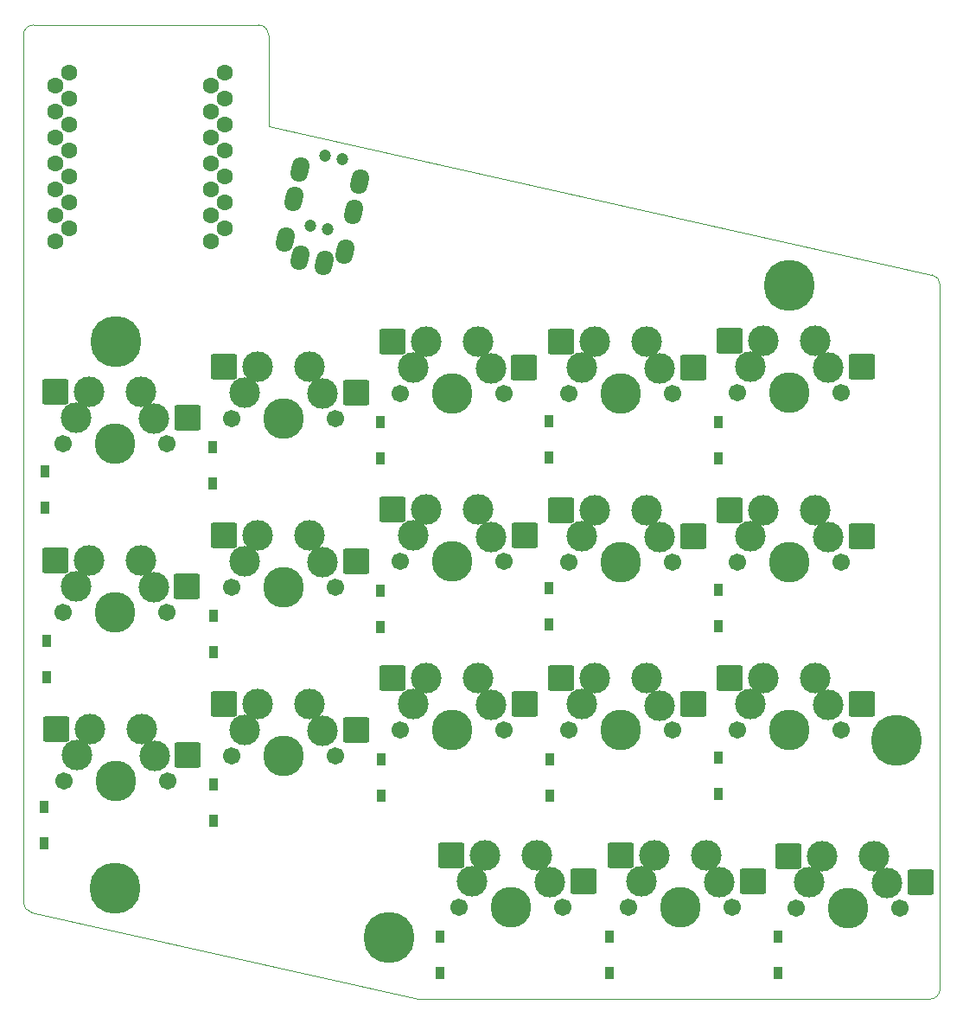
<source format=gts>
%TF.GenerationSoftware,KiCad,Pcbnew,(6.0.6)*%
%TF.CreationDate,2022-11-27T23:56:06+09:00*%
%TF.ProjectId,split-mini,73706c69-742d-46d6-996e-692e6b696361,rev?*%
%TF.SameCoordinates,Original*%
%TF.FileFunction,Soldermask,Top*%
%TF.FilePolarity,Negative*%
%FSLAX46Y46*%
G04 Gerber Fmt 4.6, Leading zero omitted, Abs format (unit mm)*
G04 Created by KiCad (PCBNEW (6.0.6)) date 2022-11-27 23:56:06*
%MOMM*%
%LPD*%
G01*
G04 APERTURE LIST*
G04 Aperture macros list*
%AMRoundRect*
0 Rectangle with rounded corners*
0 $1 Rounding radius*
0 $2 $3 $4 $5 $6 $7 $8 $9 X,Y pos of 4 corners*
0 Add a 4 corners polygon primitive as box body*
4,1,4,$2,$3,$4,$5,$6,$7,$8,$9,$2,$3,0*
0 Add four circle primitives for the rounded corners*
1,1,$1+$1,$2,$3*
1,1,$1+$1,$4,$5*
1,1,$1+$1,$6,$7*
1,1,$1+$1,$8,$9*
0 Add four rect primitives between the rounded corners*
20,1,$1+$1,$2,$3,$4,$5,0*
20,1,$1+$1,$4,$5,$6,$7,0*
20,1,$1+$1,$6,$7,$8,$9,0*
20,1,$1+$1,$8,$9,$2,$3,0*%
%AMHorizOval*
0 Thick line with rounded ends*
0 $1 width*
0 $2 $3 position (X,Y) of the first rounded end (center of the circle)*
0 $4 $5 position (X,Y) of the second rounded end (center of the circle)*
0 Add line between two ends*
20,1,$1,$2,$3,$4,$5,0*
0 Add two circle primitives to create the rounded ends*
1,1,$1,$2,$3*
1,1,$1,$4,$5*%
G04 Aperture macros list end*
%TA.AperFunction,Profile*%
%ADD10C,0.100000*%
%TD*%
%ADD11R,0.950000X1.300000*%
%ADD12C,1.701800*%
%ADD13C,3.987800*%
%ADD14C,3.000000*%
%ADD15RoundRect,0.200000X-1.075000X-1.050000X1.075000X-1.050000X1.075000X1.050000X-1.075000X1.050000X0*%
%ADD16C,5.000000*%
%ADD17C,1.200000*%
%ADD18HorizOval,1.700000X-0.083165X-0.391259X0.083165X0.391259X0*%
%ADD19C,1.600000*%
G04 APERTURE END LIST*
D10*
X113700000Y-47980000D02*
X48706692Y-33440758D01*
X114481692Y-117888869D02*
X114481692Y-48955880D01*
X25706692Y-23513892D02*
G75*
G03*
X24706692Y-24513869I8J-1000008D01*
G01*
X113481692Y-118888892D02*
G75*
G03*
X114481692Y-117888869I8J999992D01*
G01*
X114481737Y-48955880D02*
G75*
G03*
X113700000Y-47980000I-1000137J-120D01*
G01*
X63592178Y-118888869D02*
X113481692Y-118888869D01*
X25488384Y-110389626D02*
X63373870Y-118864748D01*
X63373868Y-118864755D02*
G75*
G03*
X63592178Y-118888869I218232J975455D01*
G01*
X24706692Y-24513869D02*
X24706692Y-109413746D01*
X24706653Y-109413746D02*
G75*
G03*
X25488384Y-110389626I1000047J46D01*
G01*
X47706692Y-23513869D02*
X25706692Y-23513869D01*
X48706731Y-24513869D02*
G75*
G03*
X47706692Y-23513869I-1000031J-31D01*
G01*
X48706692Y-24513869D02*
X48706692Y-33440758D01*
D11*
%TO.C,D7*%
X43310000Y-84915000D03*
X43310000Y-81365000D03*
%TD*%
D12*
%TO.C,SW6*%
X28570000Y-81050000D03*
D13*
X33650000Y-81050000D03*
D14*
X37460000Y-78600000D03*
X36190000Y-75970000D03*
X29840000Y-78510000D03*
D12*
X38730000Y-81050000D03*
D14*
X31110000Y-75970000D03*
D15*
X40735000Y-78510000D03*
X27808000Y-75970000D03*
%TD*%
D14*
%TO.C,SW11*%
X29910000Y-94960000D03*
X37530000Y-95050000D03*
D12*
X38800000Y-97500000D03*
D14*
X31180000Y-92420000D03*
X36260000Y-92420000D03*
D13*
X33720000Y-97500000D03*
D12*
X28640000Y-97500000D03*
D15*
X40805000Y-94960000D03*
X27878000Y-92420000D03*
%TD*%
D11*
%TO.C,D6*%
X26960000Y-87355000D03*
X26960000Y-83805000D03*
%TD*%
D12*
%TO.C,SW9*%
X88290000Y-76090000D03*
D14*
X87020000Y-73640000D03*
D13*
X83210000Y-76090000D03*
D14*
X85750000Y-71010000D03*
D12*
X78130000Y-76090000D03*
D14*
X80670000Y-71010000D03*
X79400000Y-73550000D03*
D15*
X90295000Y-73550000D03*
X77368000Y-71010000D03*
%TD*%
D13*
%TO.C,SW3*%
X66650000Y-59590000D03*
D12*
X61570000Y-59590000D03*
X71730000Y-59590000D03*
D14*
X64110000Y-54510000D03*
X69190000Y-54510000D03*
X70460000Y-57140000D03*
X62840000Y-57050000D03*
D15*
X73735000Y-57050000D03*
X60808000Y-54510000D03*
%TD*%
D11*
%TO.C,D9*%
X76210000Y-82235000D03*
X76210000Y-78685000D03*
%TD*%
%TO.C,D16*%
X65500000Y-116305000D03*
X65500000Y-112755000D03*
%TD*%
%TO.C,D11*%
X26730000Y-103605000D03*
X26730000Y-100055000D03*
%TD*%
%TO.C,D14*%
X76270000Y-99005000D03*
X76270000Y-95455000D03*
%TD*%
%TO.C,D17*%
X82080000Y-116315000D03*
X82080000Y-112765000D03*
%TD*%
D12*
%TO.C,SW5*%
X104780000Y-59520000D03*
D14*
X95890000Y-56980000D03*
D12*
X94620000Y-59520000D03*
D13*
X99700000Y-59520000D03*
D14*
X103510000Y-57070000D03*
X97160000Y-54440000D03*
X102240000Y-54440000D03*
D15*
X106785000Y-56980000D03*
X93858000Y-54440000D03*
%TD*%
D16*
%TO.C,HOLE3*%
X99710000Y-49060000D03*
%TD*%
D14*
%TO.C,SW15*%
X97190000Y-87490000D03*
X102270000Y-87490000D03*
D12*
X104810000Y-92570000D03*
D14*
X103540000Y-90120000D03*
D13*
X99730000Y-92570000D03*
D12*
X94650000Y-92570000D03*
D14*
X95920000Y-90030000D03*
D15*
X106815000Y-90030000D03*
X93888000Y-87490000D03*
%TD*%
D11*
%TO.C,D13*%
X59720000Y-98945000D03*
X59720000Y-95395000D03*
%TD*%
D14*
%TO.C,SW7*%
X47650000Y-73470000D03*
D12*
X55270000Y-78550000D03*
D13*
X50190000Y-78550000D03*
D14*
X46380000Y-76010000D03*
X52730000Y-73470000D03*
D12*
X45110000Y-78550000D03*
D14*
X54000000Y-76100000D03*
D15*
X57275000Y-76010000D03*
X44348000Y-73470000D03*
%TD*%
D11*
%TO.C,D1*%
X26770000Y-70785000D03*
X26770000Y-67235000D03*
%TD*%
D16*
%TO.C,HOLE5*%
X60480000Y-112870000D03*
%TD*%
D12*
%TO.C,SW16*%
X67390000Y-109870000D03*
D13*
X72470000Y-109870000D03*
D14*
X68660000Y-107330000D03*
X69930000Y-104790000D03*
D12*
X77550000Y-109870000D03*
D14*
X75010000Y-104790000D03*
X76280000Y-107420000D03*
D15*
X79555000Y-107330000D03*
X66628000Y-104790000D03*
%TD*%
D11*
%TO.C,D18*%
X98580000Y-116335000D03*
X98580000Y-112785000D03*
%TD*%
D16*
%TO.C,HOLE4*%
X33690000Y-108030000D03*
%TD*%
D11*
%TO.C,D4*%
X76180000Y-65845000D03*
X76180000Y-62295000D03*
%TD*%
%TO.C,D10*%
X92770000Y-82415000D03*
X92770000Y-78865000D03*
%TD*%
D14*
%TO.C,SW18*%
X102950000Y-104860000D03*
D13*
X105490000Y-109940000D03*
D12*
X110570000Y-109940000D03*
D14*
X109300000Y-107490000D03*
X108030000Y-104860000D03*
X101680000Y-107400000D03*
D12*
X100410000Y-109940000D03*
D15*
X112575000Y-107400000D03*
X99648000Y-104860000D03*
%TD*%
D17*
%TO.C,J1*%
X55951032Y-36700521D03*
X54495651Y-43547555D03*
X54239274Y-36336676D03*
X52783892Y-43183709D03*
D18*
X54151894Y-46848211D03*
X51755432Y-46338827D03*
X57630901Y-38897802D03*
X51810923Y-37660727D03*
X57007166Y-41832244D03*
X51187188Y-40595170D03*
X56175520Y-45744835D03*
X50355541Y-44507760D03*
%TD*%
D11*
%TO.C,D3*%
X59690000Y-65935000D03*
X59690000Y-62385000D03*
%TD*%
D14*
%TO.C,SW8*%
X69220000Y-70990000D03*
D12*
X71760000Y-76070000D03*
D14*
X64140000Y-70990000D03*
X62870000Y-73530000D03*
X70490000Y-73620000D03*
D12*
X61600000Y-76070000D03*
D13*
X66680000Y-76070000D03*
D15*
X73765000Y-73530000D03*
X60838000Y-70990000D03*
%TD*%
D16*
%TO.C,HOLE2*%
X110200000Y-93560000D03*
%TD*%
D14*
%TO.C,SW17*%
X86500000Y-104820000D03*
X92850000Y-107450000D03*
D13*
X89040000Y-109900000D03*
D14*
X85230000Y-107360000D03*
D12*
X83960000Y-109900000D03*
X94120000Y-109900000D03*
D14*
X91580000Y-104820000D03*
D15*
X96125000Y-107360000D03*
X83198000Y-104820000D03*
%TD*%
D19*
%TO.C,U1*%
X27792500Y-29454000D03*
X44425000Y-28155000D03*
X44425000Y-30695000D03*
X27792500Y-31994000D03*
X44425000Y-33235000D03*
X27792500Y-34534000D03*
X27792500Y-37074000D03*
X44425000Y-35775000D03*
X44425000Y-38315000D03*
X27792500Y-39614000D03*
X44425000Y-40855000D03*
X27792500Y-42154000D03*
X44425000Y-43395000D03*
X27792500Y-44694000D03*
X43027500Y-44694000D03*
X29190000Y-43395000D03*
X43027500Y-42154000D03*
X29190000Y-40855000D03*
X29190000Y-38315000D03*
X43027500Y-39614000D03*
X43027500Y-37074000D03*
X29190000Y-35775000D03*
X43027500Y-34534000D03*
X29190000Y-33235000D03*
X29190000Y-30695000D03*
X43027500Y-31994000D03*
X43027500Y-29454000D03*
X29190000Y-28155000D03*
%TD*%
D14*
%TO.C,SW10*%
X95900000Y-73540000D03*
D12*
X104790000Y-76080000D03*
D14*
X102250000Y-71000000D03*
D12*
X94630000Y-76080000D03*
D13*
X99710000Y-76080000D03*
D14*
X103520000Y-73630000D03*
X97170000Y-71000000D03*
D15*
X106795000Y-73540000D03*
X93868000Y-71000000D03*
%TD*%
D11*
%TO.C,D15*%
X92770000Y-98795000D03*
X92770000Y-95245000D03*
%TD*%
D14*
%TO.C,SW2*%
X46370000Y-59500000D03*
X52720000Y-56960000D03*
D12*
X55260000Y-62040000D03*
D13*
X50180000Y-62040000D03*
D12*
X45100000Y-62040000D03*
D14*
X47640000Y-56960000D03*
X53990000Y-59590000D03*
D15*
X57265000Y-59500000D03*
X44338000Y-56960000D03*
%TD*%
D13*
%TO.C,SW13*%
X66730000Y-92570000D03*
D14*
X70540000Y-90120000D03*
X62920000Y-90030000D03*
D12*
X71810000Y-92570000D03*
D14*
X64190000Y-87490000D03*
X69270000Y-87490000D03*
D12*
X61650000Y-92570000D03*
D15*
X73815000Y-90030000D03*
X60888000Y-87490000D03*
%TD*%
D16*
%TO.C,HOLE1*%
X33730000Y-54530000D03*
%TD*%
D14*
%TO.C,SW12*%
X52750000Y-89970000D03*
X54020000Y-92600000D03*
D12*
X45130000Y-95050000D03*
X55290000Y-95050000D03*
D13*
X50210000Y-95050000D03*
D14*
X47670000Y-89970000D03*
X46400000Y-92510000D03*
D15*
X57295000Y-92510000D03*
X44368000Y-89970000D03*
%TD*%
D14*
%TO.C,SW14*%
X85750000Y-87500000D03*
D12*
X88290000Y-92580000D03*
D14*
X80670000Y-87500000D03*
D12*
X78130000Y-92580000D03*
D14*
X79400000Y-90040000D03*
D13*
X83210000Y-92580000D03*
D14*
X87020000Y-90130000D03*
D15*
X90295000Y-90040000D03*
X77368000Y-87500000D03*
%TD*%
D14*
%TO.C,SW1*%
X36250000Y-59470000D03*
X37520000Y-62100000D03*
D13*
X33710000Y-64550000D03*
D12*
X28630000Y-64550000D03*
D14*
X31170000Y-59470000D03*
X29900000Y-62010000D03*
D12*
X38790000Y-64550000D03*
D15*
X40795000Y-62010000D03*
X27868000Y-59470000D03*
%TD*%
D11*
%TO.C,D5*%
X92730000Y-65925000D03*
X92730000Y-62375000D03*
%TD*%
%TO.C,D8*%
X59700000Y-82475000D03*
X59700000Y-78925000D03*
%TD*%
D14*
%TO.C,SW4*%
X87020000Y-57130000D03*
X80670000Y-54500000D03*
D12*
X78130000Y-59580000D03*
D14*
X79400000Y-57040000D03*
D13*
X83210000Y-59580000D03*
D14*
X85750000Y-54500000D03*
D12*
X88290000Y-59580000D03*
D15*
X90295000Y-57040000D03*
X77368000Y-54500000D03*
%TD*%
D11*
%TO.C,D2*%
X43240000Y-68415000D03*
X43240000Y-64865000D03*
%TD*%
%TO.C,D12*%
X43310000Y-101435000D03*
X43310000Y-97885000D03*
%TD*%
M02*

</source>
